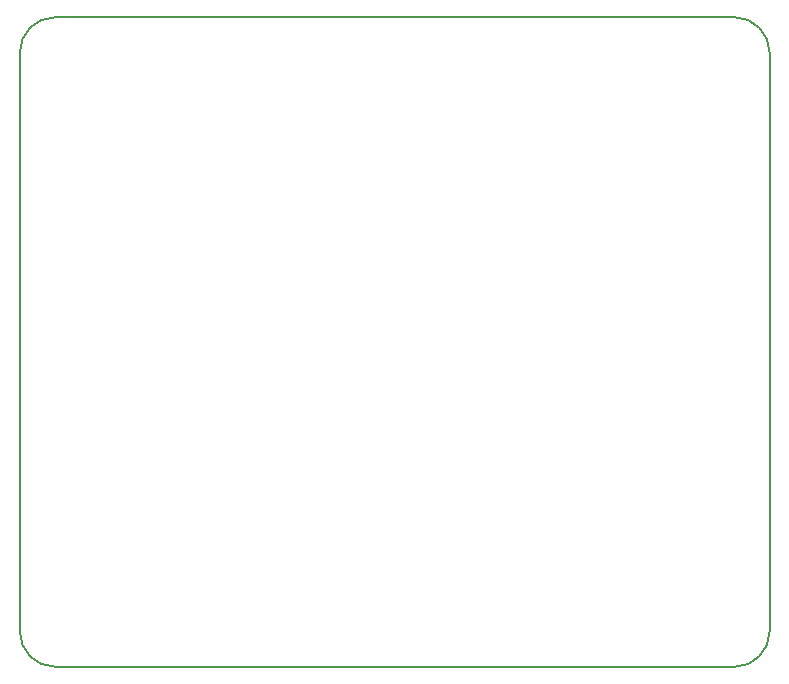
<source format=gm1>
G04 #@! TF.FileFunction,Profile,NP*
%FSLAX46Y46*%
G04 Gerber Fmt 4.6, Leading zero omitted, Abs format (unit mm)*
G04 Created by KiCad (PCBNEW 4.0.5-e0-6337~49~ubuntu16.04.1) date Mon Jan 30 13:11:42 2017*
%MOMM*%
%LPD*%
G01*
G04 APERTURE LIST*
%ADD10C,0.100000*%
%ADD11C,0.150000*%
G04 APERTURE END LIST*
D10*
D11*
X132500000Y-94500000D02*
X132500000Y-143500000D01*
X193000000Y-91500000D02*
X135500000Y-91500000D01*
X196000000Y-143500000D02*
X196000000Y-94500000D01*
X135500000Y-146500000D02*
X193000000Y-146500000D01*
X135500000Y-91500000D02*
G75*
G03X132500000Y-94500000I0J-3000000D01*
G01*
X196000000Y-94500000D02*
G75*
G03X193000000Y-91500000I-3000000J0D01*
G01*
X132500000Y-143500000D02*
G75*
G03X135500000Y-146500000I3000000J0D01*
G01*
X193000000Y-146500000D02*
G75*
G03X196000000Y-143500000I0J3000000D01*
G01*
M02*

</source>
